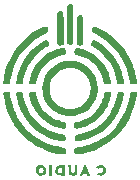
<source format=gbr>
%TF.GenerationSoftware,KiCad,Pcbnew,8.0.1*%
%TF.CreationDate,2024-04-15T18:30:32+02:00*%
%TF.ProjectId,Meanwell IRM Board,4d65616e-7765-46c6-9c20-49524d20426f,rev?*%
%TF.SameCoordinates,Original*%
%TF.FileFunction,Legend,Bot*%
%TF.FilePolarity,Positive*%
%FSLAX46Y46*%
G04 Gerber Fmt 4.6, Leading zero omitted, Abs format (unit mm)*
G04 Created by KiCad (PCBNEW 8.0.1) date 2024-04-15 18:30:32*
%MOMM*%
%LPD*%
G01*
G04 APERTURE LIST*
%ADD10C,0.000000*%
G04 APERTURE END LIST*
D10*
%TO.C,G\u002A\u002A\u002A*%
G36*
X144555637Y-94444141D02*
G01*
X144673435Y-94494831D01*
X144764834Y-94576940D01*
X144778791Y-94597221D01*
X144821312Y-94679623D01*
X144852252Y-94767994D01*
X144864997Y-94876846D01*
X144845514Y-95009985D01*
X144792526Y-95132378D01*
X144711399Y-95232392D01*
X144607500Y-95298397D01*
X144556082Y-95313454D01*
X144449564Y-95323506D01*
X144334718Y-95314788D01*
X144225654Y-95289888D01*
X144136482Y-95251393D01*
X144081315Y-95201892D01*
X144080157Y-95189225D01*
X144100621Y-95146477D01*
X144144409Y-95092772D01*
X144224118Y-95010534D01*
X144284776Y-95058248D01*
X144344975Y-95090567D01*
X144417288Y-95105961D01*
X144485750Y-95088165D01*
X144556916Y-95038124D01*
X144610661Y-94970239D01*
X144631923Y-94899031D01*
X144629028Y-94865652D01*
X144605409Y-94787652D01*
X144566102Y-94719861D01*
X144520925Y-94681517D01*
X144439123Y-94666722D01*
X144344875Y-94675362D01*
X144268474Y-94706142D01*
X144242607Y-94722931D01*
X144212641Y-94729855D01*
X144179259Y-94711002D01*
X144127309Y-94661591D01*
X144042961Y-94577243D01*
X144142499Y-94508263D01*
X144164680Y-94493911D01*
X144289177Y-94442347D01*
X144423524Y-94426201D01*
X144555637Y-94444141D01*
G37*
G36*
X143374274Y-95013828D02*
G01*
X143424943Y-95126604D01*
X143458950Y-95207891D01*
X143478061Y-95261733D01*
X143484039Y-95292173D01*
X143480195Y-95304351D01*
X143444731Y-95320698D01*
X143367278Y-95325769D01*
X143331192Y-95325380D01*
X143274992Y-95318653D01*
X143244299Y-95297109D01*
X143222861Y-95252500D01*
X143222105Y-95250502D01*
X143203639Y-95210578D01*
X143177845Y-95189277D01*
X143130888Y-95180771D01*
X143048934Y-95179231D01*
X143043242Y-95179232D01*
X142963712Y-95180952D01*
X142918613Y-95189856D01*
X142894298Y-95211766D01*
X142877121Y-95252500D01*
X142870522Y-95270422D01*
X142848312Y-95307079D01*
X142810452Y-95322574D01*
X142740405Y-95325769D01*
X142706404Y-95324554D01*
X142651074Y-95315502D01*
X142629231Y-95300512D01*
X142629232Y-95300403D01*
X142639439Y-95268102D01*
X142667053Y-95200520D01*
X142708162Y-95106224D01*
X142758854Y-94993784D01*
X142785343Y-94936441D01*
X143020000Y-94936441D01*
X143026541Y-94963552D01*
X143059248Y-94983846D01*
X143081403Y-94977867D01*
X143083671Y-94945214D01*
X143076960Y-94925123D01*
X143068846Y-94882715D01*
X143066978Y-94874740D01*
X143044423Y-94873942D01*
X143031215Y-94889687D01*
X143020000Y-94936441D01*
X142785343Y-94936441D01*
X142815217Y-94871768D01*
X142873339Y-94748745D01*
X142929307Y-94633283D01*
X142979210Y-94533952D01*
X143066326Y-94364923D01*
X143215584Y-94676989D01*
X143215895Y-94677638D01*
X143305180Y-94865520D01*
X143342308Y-94945214D01*
X143374274Y-95013828D01*
G37*
G36*
X141920962Y-94737871D02*
G01*
X141921283Y-94810589D01*
X141924144Y-94920433D01*
X141930786Y-94994247D01*
X141942190Y-95040481D01*
X141959341Y-95067582D01*
X142016838Y-95100419D01*
X142089456Y-95097712D01*
X142155301Y-95054552D01*
X142173738Y-95029507D01*
X142188128Y-94991871D01*
X142196672Y-94935181D01*
X142200772Y-94849515D01*
X142201827Y-94724953D01*
X142201827Y-94446763D01*
X142317837Y-94446651D01*
X142433846Y-94446538D01*
X142433846Y-94738025D01*
X142432063Y-94848463D01*
X142426525Y-94959438D01*
X142418131Y-95046931D01*
X142407796Y-95098266D01*
X142365955Y-95175747D01*
X142298681Y-95253264D01*
X142226250Y-95302469D01*
X142152005Y-95319434D01*
X142049081Y-95323052D01*
X141945147Y-95312379D01*
X141863595Y-95288327D01*
X141848704Y-95280908D01*
X141788624Y-95244316D01*
X141745359Y-95200109D01*
X141715936Y-95140047D01*
X141697383Y-95055894D01*
X141686725Y-94939409D01*
X141680991Y-94782356D01*
X141673039Y-94446538D01*
X141797000Y-94446538D01*
X141920962Y-94446538D01*
X141920962Y-94737871D01*
G37*
G36*
X141351402Y-94887323D02*
G01*
X141355784Y-95332019D01*
X141107171Y-95320743D01*
X140992901Y-95313200D01*
X140862791Y-95295094D01*
X140780445Y-95268798D01*
X140706474Y-95219271D01*
X140622679Y-95121039D01*
X140573748Y-95003442D01*
X140563703Y-94908717D01*
X140789859Y-94908717D01*
X140820452Y-94996506D01*
X140893552Y-95064473D01*
X140962649Y-95092991D01*
X141039393Y-95105961D01*
X141115000Y-95105961D01*
X141115000Y-94886154D01*
X141115000Y-94666346D01*
X141027914Y-94666346D01*
X140933780Y-94677666D01*
X140859073Y-94720519D01*
X140808188Y-94800554D01*
X140804554Y-94809708D01*
X140789859Y-94908717D01*
X140563703Y-94908717D01*
X140560231Y-94875980D01*
X140582676Y-94748149D01*
X140641634Y-94629446D01*
X140737655Y-94529370D01*
X140746234Y-94522869D01*
X140790032Y-94493099D01*
X140833997Y-94473724D01*
X140890298Y-94462016D01*
X140971105Y-94455247D01*
X141088586Y-94450688D01*
X141347019Y-94442626D01*
X141349224Y-94666346D01*
X141351402Y-94887323D01*
G37*
G36*
X140284615Y-94886154D02*
G01*
X140284615Y-95325769D01*
X140174712Y-95325769D01*
X140064808Y-95325769D01*
X140064808Y-94886154D01*
X140064808Y-94446538D01*
X140174712Y-94446538D01*
X140284615Y-94446538D01*
X140284615Y-94886154D01*
G37*
G36*
X139789019Y-94959931D02*
G01*
X139749680Y-95087121D01*
X139678188Y-95196622D01*
X139576346Y-95277461D01*
X139492881Y-95308378D01*
X139368685Y-95324367D01*
X139242583Y-95315125D01*
X139136350Y-95280502D01*
X139068904Y-95236743D01*
X138977201Y-95138501D01*
X138921640Y-95021778D01*
X138906833Y-94927266D01*
X139140125Y-94927266D01*
X139157606Y-94976975D01*
X139205064Y-95031513D01*
X139260511Y-95076322D01*
X139349187Y-95108061D01*
X139435234Y-95092889D01*
X139513118Y-95030818D01*
X139519094Y-95023427D01*
X139559976Y-94952885D01*
X139576346Y-94886154D01*
X139576084Y-94879271D01*
X139556114Y-94810588D01*
X139513118Y-94741489D01*
X139488340Y-94714312D01*
X139431364Y-94676316D01*
X139357073Y-94666346D01*
X139333590Y-94667104D01*
X139238618Y-94692688D01*
X139175754Y-94755026D01*
X139144346Y-94854696D01*
X139144002Y-94857279D01*
X139140125Y-94927266D01*
X138906833Y-94927266D01*
X138901832Y-94895347D01*
X138917389Y-94767982D01*
X138967920Y-94648458D01*
X139053039Y-94545546D01*
X139172355Y-94468022D01*
X139311040Y-94426930D01*
X139449967Y-94430807D01*
X139578516Y-94481092D01*
X139691533Y-94576705D01*
X139696076Y-94581974D01*
X139764021Y-94696383D01*
X139794401Y-94826027D01*
X139791984Y-94886154D01*
X139789019Y-94959931D01*
G37*
G36*
X147321960Y-88246807D02*
G01*
X147395764Y-88256821D01*
X147435692Y-88272385D01*
X147437441Y-88274208D01*
X147454972Y-88307593D01*
X147462770Y-88363361D01*
X147460709Y-88447856D01*
X147448659Y-88567422D01*
X147426493Y-88728404D01*
X147425594Y-88734445D01*
X147326163Y-89238543D01*
X147182273Y-89726408D01*
X146996188Y-90195714D01*
X146770175Y-90644135D01*
X146506498Y-91069342D01*
X146207425Y-91469009D01*
X145875219Y-91840809D01*
X145512148Y-92182414D01*
X145120476Y-92491499D01*
X144702469Y-92765734D01*
X144260393Y-93002795D01*
X143796513Y-93200352D01*
X143313095Y-93356080D01*
X142812404Y-93467652D01*
X142765813Y-93475684D01*
X142607475Y-93500621D01*
X142487248Y-93514036D01*
X142397590Y-93515657D01*
X142330955Y-93505217D01*
X142279801Y-93482445D01*
X142236583Y-93447071D01*
X142231478Y-93441917D01*
X142189397Y-93389699D01*
X142169930Y-93332788D01*
X142165192Y-93249349D01*
X142165302Y-93237792D01*
X142184930Y-93108813D01*
X142236598Y-93012830D01*
X142317749Y-92952957D01*
X142425821Y-92932308D01*
X142440005Y-92931902D01*
X142524660Y-92922192D01*
X142643317Y-92901305D01*
X142785692Y-92871600D01*
X142941505Y-92835437D01*
X143100473Y-92795176D01*
X143252313Y-92753175D01*
X143386743Y-92711796D01*
X143626837Y-92623799D01*
X143892104Y-92510248D01*
X144159104Y-92381409D01*
X144411242Y-92245304D01*
X144631923Y-92109952D01*
X144987836Y-91851093D01*
X145357387Y-91526737D01*
X145692083Y-91170219D01*
X145990301Y-90784145D01*
X146250419Y-90371120D01*
X146470816Y-89933753D01*
X146649869Y-89474648D01*
X146785957Y-88996412D01*
X146877457Y-88501652D01*
X146880509Y-88480323D01*
X146897029Y-88387346D01*
X146914983Y-88314396D01*
X146930990Y-88275738D01*
X146965374Y-88260400D01*
X147035989Y-88249139D01*
X147128204Y-88243058D01*
X147228151Y-88242251D01*
X147321960Y-88246807D01*
G37*
G36*
X136577446Y-88243951D02*
G01*
X136652936Y-88252267D01*
X136699433Y-88276220D01*
X136725739Y-88324016D01*
X136740652Y-88403855D01*
X136752974Y-88523942D01*
X136755407Y-88547632D01*
X136798873Y-88824948D01*
X136870258Y-89126488D01*
X136965476Y-89440938D01*
X137080441Y-89756979D01*
X137211068Y-90063294D01*
X137353272Y-90348567D01*
X137502966Y-90601480D01*
X137727286Y-90921818D01*
X138038175Y-91298171D01*
X138376469Y-91635853D01*
X138745446Y-91937761D01*
X139148383Y-92206795D01*
X139588558Y-92445852D01*
X139751857Y-92522634D01*
X140189813Y-92697012D01*
X140635386Y-92827664D01*
X141099305Y-92917942D01*
X141126382Y-92922070D01*
X141251162Y-92945175D01*
X141337900Y-92972302D01*
X141395709Y-93008836D01*
X141433704Y-93060163D01*
X141461000Y-93131668D01*
X141469420Y-93167598D01*
X141469519Y-93281500D01*
X141434045Y-93387216D01*
X141367561Y-93468305D01*
X141358334Y-93475251D01*
X141315000Y-93499176D01*
X141261203Y-93512577D01*
X141189524Y-93515327D01*
X141092546Y-93507297D01*
X140962851Y-93488360D01*
X140793020Y-93458387D01*
X140400653Y-93372628D01*
X139894352Y-93219924D01*
X139411507Y-93024667D01*
X138953291Y-92787631D01*
X138520878Y-92509591D01*
X138115442Y-92191322D01*
X137738156Y-91833598D01*
X137390194Y-91437194D01*
X137072728Y-91002885D01*
X137041940Y-90956206D01*
X136777105Y-90507960D01*
X136558992Y-90045742D01*
X136387251Y-89568598D01*
X136261536Y-89075577D01*
X136181497Y-88565725D01*
X136176802Y-88522905D01*
X136166538Y-88405385D01*
X136170125Y-88326463D01*
X136193997Y-88278455D01*
X136244586Y-88253678D01*
X136328328Y-88244446D01*
X136451656Y-88243077D01*
X136464165Y-88243072D01*
X136577446Y-88243951D01*
G37*
G36*
X146162811Y-88243439D02*
G01*
X146241853Y-88247901D01*
X146299415Y-88261930D01*
X146337194Y-88291004D01*
X146356889Y-88340596D01*
X146360197Y-88416182D01*
X146348816Y-88523236D01*
X146324445Y-88667235D01*
X146288780Y-88853654D01*
X146201620Y-89212727D01*
X146055065Y-89632546D01*
X145864282Y-90039788D01*
X145631670Y-90430018D01*
X145359630Y-90798798D01*
X145050564Y-91141692D01*
X144974839Y-91216213D01*
X144737441Y-91428071D01*
X144486039Y-91617934D01*
X144203332Y-91799230D01*
X143969657Y-91928181D01*
X143651680Y-92076740D01*
X143320468Y-92205027D01*
X142990956Y-92307375D01*
X142678077Y-92378115D01*
X142574978Y-92396336D01*
X142497045Y-92409092D01*
X142445768Y-92414598D01*
X142409865Y-92413327D01*
X142378055Y-92405754D01*
X142339056Y-92392352D01*
X142331907Y-92389688D01*
X142258470Y-92337063D01*
X142210378Y-92255787D01*
X142188787Y-92158641D01*
X142194851Y-92058409D01*
X142229725Y-91967874D01*
X142294564Y-91899820D01*
X142313000Y-91890344D01*
X142381134Y-91866873D01*
X142476250Y-91842401D01*
X142583762Y-91820907D01*
X142698909Y-91798130D01*
X142937270Y-91736242D01*
X143189345Y-91654388D01*
X143438278Y-91558285D01*
X143667212Y-91453645D01*
X143999007Y-91264953D01*
X144341908Y-91018085D01*
X144657437Y-90734054D01*
X144941789Y-90416714D01*
X145191157Y-90069917D01*
X145401737Y-89697517D01*
X145523327Y-89434142D01*
X145622333Y-89175262D01*
X145701936Y-88908085D01*
X145768940Y-88612510D01*
X145771068Y-88601878D01*
X145796229Y-88484525D01*
X145820650Y-88384115D01*
X145841636Y-88311016D01*
X145856494Y-88275594D01*
X145857761Y-88274175D01*
X145896970Y-88256519D01*
X145976113Y-88246343D01*
X146099439Y-88243077D01*
X146162811Y-88243439D01*
G37*
G36*
X137665328Y-88243236D02*
G01*
X137724381Y-88250060D01*
X137765254Y-88270242D01*
X137793752Y-88310637D01*
X137815680Y-88378099D01*
X137836843Y-88479480D01*
X137863044Y-88621635D01*
X137899973Y-88799156D01*
X137978773Y-89086041D01*
X138083151Y-89371340D01*
X138218789Y-89671827D01*
X138375929Y-89964063D01*
X138617553Y-90326417D01*
X138895004Y-90655606D01*
X139208526Y-90951913D01*
X139558368Y-91215623D01*
X139677626Y-91292068D01*
X139934652Y-91436208D01*
X140206866Y-91564928D01*
X140482092Y-91673198D01*
X140748157Y-91755990D01*
X140992885Y-91808273D01*
X141072037Y-91820815D01*
X141193507Y-91843085D01*
X141279373Y-91865236D01*
X141338217Y-91890452D01*
X141378618Y-91921918D01*
X141409154Y-91962821D01*
X141435730Y-92017441D01*
X141454715Y-92132266D01*
X141429077Y-92245129D01*
X141360206Y-92345178D01*
X141359692Y-92345689D01*
X141290507Y-92382181D01*
X141184066Y-92396664D01*
X141045769Y-92390803D01*
X140881018Y-92366264D01*
X140695215Y-92324711D01*
X140493760Y-92267810D01*
X140282056Y-92197227D01*
X140065504Y-92114625D01*
X139849506Y-92021671D01*
X139639462Y-91920031D01*
X139440775Y-91811368D01*
X139258846Y-91697348D01*
X139020380Y-91525441D01*
X138658168Y-91217247D01*
X138332671Y-90877549D01*
X138045100Y-90507807D01*
X137796669Y-90109483D01*
X137588588Y-89684038D01*
X137553160Y-89598075D01*
X137485426Y-89415686D01*
X137423931Y-89226890D01*
X137370070Y-89038192D01*
X137325241Y-88856099D01*
X137290840Y-88687115D01*
X137268265Y-88537746D01*
X137258912Y-88414498D01*
X137264179Y-88323875D01*
X137285462Y-88272385D01*
X137286412Y-88271498D01*
X137330374Y-88256105D01*
X137417449Y-88246433D01*
X137542428Y-88243077D01*
X137582290Y-88242918D01*
X137665328Y-88243236D01*
G37*
G36*
X145034318Y-88243104D02*
G01*
X145133950Y-88244225D01*
X145197502Y-88248592D01*
X145234884Y-88258374D01*
X145256008Y-88275739D01*
X145270784Y-88302855D01*
X145281417Y-88346371D01*
X145281043Y-88442307D01*
X145263479Y-88569612D01*
X145230704Y-88720588D01*
X145184695Y-88887532D01*
X145127431Y-89062743D01*
X145060892Y-89238522D01*
X144987054Y-89407167D01*
X144885081Y-89607075D01*
X144668268Y-89953746D01*
X144416971Y-90267753D01*
X144133180Y-90547007D01*
X143818883Y-90789421D01*
X143476070Y-90992907D01*
X143371445Y-91045752D01*
X143214415Y-91119369D01*
X143067616Y-91178699D01*
X142911601Y-91231321D01*
X142726923Y-91284811D01*
X142672374Y-91299237D01*
X142505643Y-91333885D01*
X142376318Y-91343240D01*
X142280992Y-91327312D01*
X142216256Y-91286110D01*
X142208806Y-91277811D01*
X142154449Y-91182141D01*
X142131900Y-91069289D01*
X142142329Y-90956230D01*
X142186903Y-90859942D01*
X142212532Y-90835193D01*
X142266235Y-90806484D01*
X142351454Y-90777715D01*
X142476621Y-90745554D01*
X142758388Y-90667183D01*
X143042324Y-90557711D01*
X143304651Y-90420636D01*
X143457660Y-90323258D01*
X143752138Y-90094838D01*
X144010839Y-89833340D01*
X144234529Y-89537935D01*
X144423976Y-89207788D01*
X144433612Y-89188127D01*
X144493735Y-89055288D01*
X144551213Y-88912640D01*
X144602350Y-88770953D01*
X144643453Y-88640999D01*
X144670824Y-88533547D01*
X144680769Y-88459368D01*
X144680951Y-88454182D01*
X144692388Y-88396890D01*
X144716158Y-88327773D01*
X144751546Y-88243077D01*
X144997547Y-88243077D01*
X145034318Y-88243104D01*
G37*
G36*
X138648172Y-88243081D02*
G01*
X138758465Y-88244000D01*
X138830033Y-88247699D01*
X138872124Y-88255871D01*
X138893986Y-88270212D01*
X138904868Y-88292415D01*
X138915959Y-88331597D01*
X138936394Y-88408393D01*
X138962857Y-88510385D01*
X138992359Y-88626177D01*
X138997975Y-88648080D01*
X139115947Y-89007830D01*
X139276060Y-89343366D01*
X139477638Y-89653464D01*
X139720001Y-89936903D01*
X139724118Y-89941127D01*
X139926052Y-90133339D01*
X140127698Y-90293314D01*
X140345673Y-90434259D01*
X140476883Y-90503122D01*
X140648961Y-90579244D01*
X140834084Y-90649989D01*
X141014128Y-90708470D01*
X141170967Y-90747802D01*
X141263099Y-90767532D01*
X141345087Y-90791300D01*
X141398216Y-90817669D01*
X141433515Y-90850972D01*
X141448154Y-90873067D01*
X141476951Y-90961381D01*
X141480804Y-91065597D01*
X141461976Y-91170192D01*
X141422733Y-91259643D01*
X141365337Y-91318428D01*
X141302197Y-91336930D01*
X141196893Y-91338718D01*
X141061802Y-91322473D01*
X140904340Y-91290004D01*
X140731926Y-91243120D01*
X140551975Y-91183628D01*
X140371905Y-91113339D01*
X140199135Y-91034059D01*
X139917264Y-90873766D01*
X139606857Y-90648450D01*
X139319406Y-90386034D01*
X139060042Y-90091824D01*
X138833900Y-89771123D01*
X138646112Y-89429236D01*
X138594403Y-89315991D01*
X138511564Y-89111818D01*
X138443633Y-88913683D01*
X138392501Y-88728846D01*
X138360060Y-88564566D01*
X138348202Y-88428103D01*
X138358818Y-88326715D01*
X138381911Y-88243077D01*
X138635560Y-88243077D01*
X138648172Y-88243081D01*
G37*
G36*
X144142700Y-88213636D02*
G01*
X144084886Y-88531167D01*
X143985754Y-88834223D01*
X143847104Y-89118859D01*
X143670738Y-89381130D01*
X143458458Y-89617091D01*
X143212063Y-89822798D01*
X142933356Y-89994305D01*
X142789371Y-90063411D01*
X142594443Y-90142018D01*
X142403631Y-90203896D01*
X142234458Y-90242812D01*
X142178897Y-90250530D01*
X142026469Y-90262301D01*
X141850743Y-90266369D01*
X141668973Y-90262905D01*
X141498415Y-90252080D01*
X141356324Y-90234068D01*
X141175385Y-90194384D01*
X140867703Y-90089081D01*
X140580376Y-89941617D01*
X140317219Y-89754885D01*
X140082049Y-89531774D01*
X139878685Y-89275176D01*
X139710942Y-88987981D01*
X139644530Y-88840926D01*
X139539784Y-88524537D01*
X139481214Y-88200499D01*
X139474534Y-88028558D01*
X140071476Y-88028558D01*
X140107446Y-88307601D01*
X140186734Y-88572836D01*
X140306154Y-88819993D01*
X140462517Y-89044804D01*
X140652638Y-89243000D01*
X140873328Y-89410312D01*
X141121400Y-89542472D01*
X141393667Y-89635211D01*
X141494242Y-89657025D01*
X141766068Y-89683741D01*
X142043137Y-89667855D01*
X142314242Y-89610533D01*
X142568173Y-89512941D01*
X142633890Y-89479210D01*
X142871842Y-89323488D01*
X143081837Y-89131095D01*
X143259435Y-88907396D01*
X143400195Y-88657754D01*
X143499680Y-88387533D01*
X143507491Y-88357154D01*
X143534993Y-88190219D01*
X143546562Y-87999668D01*
X143542421Y-87803022D01*
X143522793Y-87617805D01*
X143487901Y-87461538D01*
X143391052Y-87215184D01*
X143247779Y-86967153D01*
X143069941Y-86746588D01*
X142861912Y-86558064D01*
X142628069Y-86406157D01*
X142372789Y-86295443D01*
X142313702Y-86276322D01*
X142238186Y-86255658D01*
X142163900Y-86242154D01*
X142078329Y-86234307D01*
X141968958Y-86230620D01*
X141823269Y-86229591D01*
X141648872Y-86231889D01*
X141499985Y-86241740D01*
X141372614Y-86262290D01*
X141252866Y-86296669D01*
X141126850Y-86348006D01*
X140980673Y-86419433D01*
X140967023Y-86426512D01*
X140839374Y-86502333D01*
X140719190Y-86594585D01*
X140589904Y-86715834D01*
X140461123Y-86856394D01*
X140298155Y-87083856D01*
X140180294Y-87324637D01*
X140105465Y-87583327D01*
X140071598Y-87864519D01*
X140071476Y-88028558D01*
X139474534Y-88028558D01*
X139468508Y-87873456D01*
X139501351Y-87548056D01*
X139579431Y-87228945D01*
X139702435Y-86920770D01*
X139870048Y-86628177D01*
X139979823Y-86484344D01*
X140123373Y-86327803D01*
X140284251Y-86175663D01*
X140448872Y-86040746D01*
X140603653Y-85935870D01*
X140721526Y-85871019D01*
X141020838Y-85743113D01*
X141331869Y-85658233D01*
X141649438Y-85615847D01*
X141968363Y-85615420D01*
X142283464Y-85656419D01*
X142589561Y-85738310D01*
X142881473Y-85860561D01*
X143154019Y-86022638D01*
X143402019Y-86224006D01*
X143480700Y-86301211D01*
X143703289Y-86559578D01*
X143882493Y-86835324D01*
X144016813Y-87125883D01*
X144104754Y-87428688D01*
X144127169Y-87550927D01*
X144157395Y-87885574D01*
X144152284Y-87999668D01*
X144142700Y-88213636D01*
G37*
G36*
X143957727Y-82708618D02*
G01*
X144062018Y-82743300D01*
X144193931Y-82799835D01*
X144346912Y-82874580D01*
X144514406Y-82963893D01*
X144689860Y-83064130D01*
X144866720Y-83171648D01*
X145038431Y-83282804D01*
X145198440Y-83393955D01*
X145340192Y-83501459D01*
X145371450Y-83526994D01*
X145500874Y-83640307D01*
X145647896Y-83778408D01*
X145802235Y-83930965D01*
X145953608Y-84087642D01*
X146091733Y-84238105D01*
X146206328Y-84372019D01*
X146353398Y-84562033D01*
X146585519Y-84900794D01*
X146798658Y-85260186D01*
X146984614Y-85625979D01*
X147135188Y-85983942D01*
X147180898Y-86113835D01*
X147238308Y-86297258D01*
X147292003Y-86490315D01*
X147340571Y-86685992D01*
X147382599Y-86877275D01*
X147416674Y-87057150D01*
X147441381Y-87218601D01*
X147455307Y-87354616D01*
X147457040Y-87458180D01*
X147445166Y-87522278D01*
X147443475Y-87525960D01*
X147427786Y-87553320D01*
X147404727Y-87570298D01*
X147363930Y-87579365D01*
X147295027Y-87582993D01*
X147187649Y-87583654D01*
X147108259Y-87582812D01*
X147015278Y-87577451D01*
X146957998Y-87566182D01*
X146928426Y-87547903D01*
X146925578Y-87543778D01*
X146908062Y-87496163D01*
X146890130Y-87417318D01*
X146875252Y-87321990D01*
X146836571Y-87074520D01*
X146748430Y-86691539D01*
X146628094Y-86305187D01*
X146480320Y-85930112D01*
X146309864Y-85580961D01*
X146237525Y-85452054D01*
X145962686Y-85024681D01*
X145651627Y-84629842D01*
X145304081Y-84267278D01*
X144919781Y-83936727D01*
X144498460Y-83637929D01*
X144039850Y-83370625D01*
X144015608Y-83357795D01*
X143886861Y-83286494D01*
X143795528Y-83226824D01*
X143735363Y-83171727D01*
X143700122Y-83114145D01*
X143683557Y-83047018D01*
X143679423Y-82963288D01*
X143689864Y-82853893D01*
X143728169Y-82766311D01*
X143796439Y-82715468D01*
X143896587Y-82699038D01*
X143957727Y-82708618D01*
G37*
G36*
X143942717Y-83872740D02*
G01*
X144037792Y-83917435D01*
X144159025Y-83988198D01*
X144312752Y-84086813D01*
X144434083Y-84169559D01*
X144795860Y-84454465D01*
X145129030Y-84776173D01*
X145430163Y-85130367D01*
X145695831Y-85512733D01*
X145922605Y-85918955D01*
X146107055Y-86344719D01*
X146134035Y-86419904D01*
X146187315Y-86586101D01*
X146235842Y-86760079D01*
X146278092Y-86934106D01*
X146312539Y-87100451D01*
X146337657Y-87251380D01*
X146351921Y-87379162D01*
X146353804Y-87476064D01*
X146341782Y-87534354D01*
X146331048Y-87550845D01*
X146307397Y-87568182D01*
X146265721Y-87578103D01*
X146195753Y-87582597D01*
X146087227Y-87583654D01*
X146047757Y-87583441D01*
X145935934Y-87579022D01*
X145865731Y-87568351D01*
X145831734Y-87550730D01*
X145825512Y-87539743D01*
X145807289Y-87485278D01*
X145786695Y-87401139D01*
X145767104Y-87300393D01*
X145725815Y-87089325D01*
X145606649Y-86655168D01*
X145445883Y-86245000D01*
X145244211Y-85860237D01*
X145002331Y-85502295D01*
X144720938Y-85172587D01*
X144655035Y-85104571D01*
X144487744Y-84942830D01*
X144320596Y-84799616D01*
X144138501Y-84662521D01*
X143926370Y-84519135D01*
X143840569Y-84461961D01*
X143735953Y-84383794D01*
X143666330Y-84315271D01*
X143626284Y-84249036D01*
X143610394Y-84177732D01*
X143613244Y-84094005D01*
X143617655Y-84062774D01*
X143645155Y-83981394D01*
X143701830Y-83914879D01*
X143751086Y-83877233D01*
X143805700Y-83854422D01*
X143867465Y-83852330D01*
X143942717Y-83872740D01*
G37*
G36*
X142568871Y-84536679D02*
G01*
X142725990Y-84572951D01*
X142923546Y-84629537D01*
X143227923Y-84739446D01*
X143580564Y-84913025D01*
X143909838Y-85127979D01*
X144213490Y-85382376D01*
X144489265Y-85674287D01*
X144734906Y-86001779D01*
X144948158Y-86362922D01*
X145015066Y-86503276D01*
X145083054Y-86671541D01*
X145142936Y-86845963D01*
X145192557Y-87018167D01*
X145229762Y-87179781D01*
X145252396Y-87322431D01*
X145258302Y-87437745D01*
X145245327Y-87517348D01*
X145218634Y-87585369D01*
X144968198Y-87578405D01*
X144717763Y-87571442D01*
X144638488Y-87266154D01*
X144624659Y-87214811D01*
X144511019Y-86882616D01*
X144361037Y-86564040D01*
X144179189Y-86265721D01*
X143969949Y-85994297D01*
X143737793Y-85756406D01*
X143487198Y-85558684D01*
X143363638Y-85480243D01*
X143126524Y-85353252D01*
X142875163Y-85244220D01*
X142624923Y-85159502D01*
X142391175Y-85105454D01*
X142311522Y-85086833D01*
X142234802Y-85044669D01*
X142191187Y-84975605D01*
X142172291Y-84870644D01*
X142170850Y-84819372D01*
X142190041Y-84695625D01*
X142240069Y-84598404D01*
X142317446Y-84535757D01*
X142361075Y-84522776D01*
X142448472Y-84520146D01*
X142568871Y-84536679D01*
G37*
G36*
X141322811Y-84526423D02*
G01*
X141347944Y-84539825D01*
X141422382Y-84612679D01*
X141465836Y-84716615D01*
X141474470Y-84843615D01*
X141469305Y-84893660D01*
X141451143Y-84965160D01*
X141415071Y-85018291D01*
X141353462Y-85059260D01*
X141258690Y-85094273D01*
X141123127Y-85129537D01*
X140899386Y-85191178D01*
X140550516Y-85325836D01*
X140229129Y-85499681D01*
X139937230Y-85710718D01*
X139676822Y-85956950D01*
X139449912Y-86236379D01*
X139258502Y-86547011D01*
X139104598Y-86886849D01*
X138990204Y-87253895D01*
X138963522Y-87359027D01*
X138937656Y-87455406D01*
X138917339Y-87525212D01*
X138905485Y-87557979D01*
X138899310Y-87562991D01*
X138853858Y-87574284D01*
X138777351Y-87581249D01*
X138682803Y-87583978D01*
X138583229Y-87582562D01*
X138491644Y-87577090D01*
X138421063Y-87567655D01*
X138384500Y-87554346D01*
X138368165Y-87526072D01*
X138356803Y-87448497D01*
X138362655Y-87337877D01*
X138384022Y-87201346D01*
X138419205Y-87046039D01*
X138466507Y-86879091D01*
X138524228Y-86707637D01*
X138590670Y-86538811D01*
X138664135Y-86379748D01*
X138735547Y-86244582D01*
X138955832Y-85894542D01*
X139209222Y-85579040D01*
X139494247Y-85299578D01*
X139809441Y-85057660D01*
X140153335Y-84854790D01*
X140179614Y-84841543D01*
X140343228Y-84766064D01*
X140516191Y-84696610D01*
X140690870Y-84635324D01*
X140859630Y-84584348D01*
X141014839Y-84545826D01*
X141148861Y-84521903D01*
X141254063Y-84514721D01*
X141322811Y-84526423D01*
G37*
G36*
X139886391Y-83863087D02*
G01*
X139954271Y-83919127D01*
X139999513Y-84007241D01*
X140015962Y-84119056D01*
X140014710Y-84158535D01*
X140005329Y-84236793D01*
X139989778Y-84289829D01*
X139973693Y-84309237D01*
X139921038Y-84354921D01*
X139843600Y-84412787D01*
X139751653Y-84474851D01*
X139396533Y-84725705D01*
X139050336Y-85023794D01*
X138744432Y-85348580D01*
X138479459Y-85699105D01*
X138256058Y-86074410D01*
X138074866Y-86473537D01*
X137936523Y-86895527D01*
X137841667Y-87339423D01*
X137839509Y-87352566D01*
X137821793Y-87443588D01*
X137803290Y-87515288D01*
X137787674Y-87553125D01*
X137751000Y-87569653D01*
X137666725Y-87580169D01*
X137534888Y-87583654D01*
X137504304Y-87583613D01*
X137395033Y-87580549D01*
X137322497Y-87567147D01*
X137280777Y-87535810D01*
X137263954Y-87478942D01*
X137266109Y-87388945D01*
X137281322Y-87258224D01*
X137349518Y-86882651D01*
X137467240Y-86474141D01*
X137627297Y-86071224D01*
X137826511Y-85680084D01*
X138061703Y-85306908D01*
X138329694Y-84957880D01*
X138627306Y-84639186D01*
X138651635Y-84615817D01*
X138814634Y-84467783D01*
X138984462Y-84326704D01*
X139155209Y-84196520D01*
X139320963Y-84081172D01*
X139475814Y-83984598D01*
X139613852Y-83910738D01*
X139729167Y-83863533D01*
X139815847Y-83846923D01*
X139886391Y-83863087D01*
G37*
G36*
X139814608Y-82703627D02*
G01*
X139856814Y-82724227D01*
X139901630Y-82771500D01*
X139912167Y-82784862D01*
X139959090Y-82887256D01*
X139964671Y-83005077D01*
X139928137Y-83127933D01*
X139926055Y-83132203D01*
X139895977Y-83176637D01*
X139846844Y-83220739D01*
X139770051Y-83271053D01*
X139656992Y-83334124D01*
X139371289Y-83491868D01*
X139113702Y-83646466D01*
X138883586Y-83799951D01*
X138671239Y-83959193D01*
X138466957Y-84131059D01*
X138261040Y-84322418D01*
X137995820Y-84599329D01*
X137685518Y-84984721D01*
X137414889Y-85396810D01*
X137185425Y-85832687D01*
X136998618Y-86289442D01*
X136855957Y-86764164D01*
X136758935Y-87253942D01*
X136748446Y-87321935D01*
X136731479Y-87422125D01*
X136716525Y-87499355D01*
X136705932Y-87540913D01*
X136699199Y-87553309D01*
X136677230Y-87568897D01*
X136634305Y-87578123D01*
X136561136Y-87582528D01*
X136448439Y-87583654D01*
X136393627Y-87583522D01*
X136287953Y-87579620D01*
X136218217Y-87564639D01*
X136178526Y-87531111D01*
X136162985Y-87471569D01*
X136165699Y-87378546D01*
X136180773Y-87244575D01*
X136225353Y-86949234D01*
X136338844Y-86450728D01*
X136497387Y-85965782D01*
X136699085Y-85497425D01*
X136942043Y-85048687D01*
X137224362Y-84622598D01*
X137544147Y-84222187D01*
X137899500Y-83850485D01*
X138288526Y-83510521D01*
X138709327Y-83205326D01*
X138863677Y-83107666D01*
X139037807Y-83005531D01*
X139209392Y-82912418D01*
X139370895Y-82832062D01*
X139514777Y-82768198D01*
X139633500Y-82724559D01*
X139719525Y-82704880D01*
X139753862Y-82701965D01*
X139814608Y-82703627D01*
G37*
G36*
X142785649Y-81766208D02*
G01*
X142862273Y-81802821D01*
X142907137Y-81857536D01*
X142909900Y-81883746D01*
X142912803Y-81954931D01*
X142915437Y-82065463D01*
X142917738Y-82210323D01*
X142919640Y-82384489D01*
X142921079Y-82582942D01*
X142921990Y-82800661D01*
X142922308Y-83032626D01*
X142922308Y-84168180D01*
X142850917Y-84239571D01*
X142847601Y-84242866D01*
X142794726Y-84286046D01*
X142737695Y-84306070D01*
X142654423Y-84310961D01*
X142581366Y-84307363D01*
X142519603Y-84289596D01*
X142469371Y-84251014D01*
X142409423Y-84191066D01*
X142409423Y-83067644D01*
X142409424Y-83039145D01*
X142409551Y-82768073D01*
X142410190Y-82541241D01*
X142411751Y-82354445D01*
X142414646Y-82203481D01*
X142419285Y-82084146D01*
X142426079Y-81992238D01*
X142435438Y-81923552D01*
X142447772Y-81873885D01*
X142463493Y-81839033D01*
X142483011Y-81814795D01*
X142506737Y-81796965D01*
X142535081Y-81781341D01*
X142595900Y-81759325D01*
X142691960Y-81750706D01*
X142785649Y-81766208D01*
G37*
G36*
X141115748Y-81404925D02*
G01*
X141126089Y-81409196D01*
X141155372Y-81422199D01*
X141180098Y-81437571D01*
X141200653Y-81459183D01*
X141217422Y-81490909D01*
X141230790Y-81536623D01*
X141241143Y-81600198D01*
X141248866Y-81685507D01*
X141254343Y-81796422D01*
X141257961Y-81936818D01*
X141260104Y-82110567D01*
X141261158Y-82321542D01*
X141261508Y-82573618D01*
X141261539Y-82870666D01*
X141261539Y-84168180D01*
X141190148Y-84239571D01*
X141186832Y-84242866D01*
X141133957Y-84286046D01*
X141076926Y-84306070D01*
X140993653Y-84310961D01*
X140950954Y-84308952D01*
X140846451Y-84279206D01*
X140775150Y-84213701D01*
X140736747Y-84112200D01*
X140735988Y-84106429D01*
X140733293Y-84054748D01*
X140731062Y-83960470D01*
X140729323Y-83828572D01*
X140728105Y-83664030D01*
X140727437Y-83471820D01*
X140727349Y-83256919D01*
X140727867Y-83024303D01*
X140729022Y-82778948D01*
X140736442Y-81527800D01*
X140798813Y-81465450D01*
X140809197Y-81455713D01*
X140901675Y-81403134D01*
X141010365Y-81384963D01*
X141115748Y-81404925D01*
G37*
G36*
X141877644Y-80794825D02*
G01*
X141953085Y-80813425D01*
X142020533Y-80865429D01*
X142091923Y-80936819D01*
X142091341Y-82446823D01*
X142091339Y-82449862D01*
X142090865Y-82723529D01*
X142089715Y-82983648D01*
X142087955Y-83225807D01*
X142085647Y-83445594D01*
X142082855Y-83638597D01*
X142079642Y-83800404D01*
X142076074Y-83926601D01*
X142072213Y-84012777D01*
X142068123Y-84054519D01*
X142063888Y-84070478D01*
X142032582Y-84143409D01*
X141992731Y-84194952D01*
X141986480Y-84199723D01*
X141906028Y-84232865D01*
X141807832Y-84239595D01*
X141712086Y-84220894D01*
X141638986Y-84177745D01*
X141579039Y-84117797D01*
X141576153Y-83487793D01*
X141575397Y-83316825D01*
X141573824Y-82899899D01*
X141572872Y-82528964D01*
X141572561Y-82201952D01*
X141572911Y-81916799D01*
X141573944Y-81671436D01*
X141575679Y-81463797D01*
X141578138Y-81291817D01*
X141581341Y-81153428D01*
X141585308Y-81046564D01*
X141590060Y-80969158D01*
X141595619Y-80919144D01*
X141602003Y-80894455D01*
X141638791Y-80849944D01*
X141725809Y-80808117D01*
X141851161Y-80794038D01*
X141877644Y-80794825D01*
G37*
%TD*%
M02*

</source>
